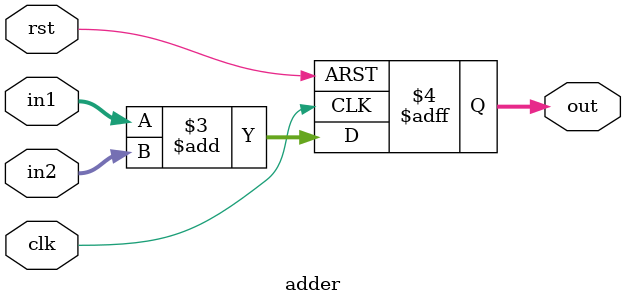
<source format=v>
module adder(in1,
            in2,
            out,
            clk,
            rst);

    input [3:0]in1,in2;
    input rst,clk;

    output reg [4:0] out;

    always@(posedge clk or posedge rst)
    begin
        if(rst==1)
        begin
            out<=0;
        end
        else 
        begin
            out<=in1+in2;    
        end
    end

endmodule

</source>
